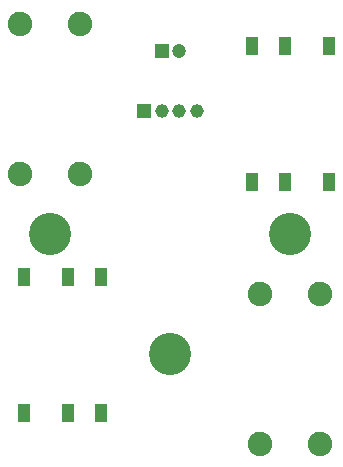
<source format=gbr>
%FSTAX23Y23*%
%MOMM*%
%SFA1B1*%

%IPPOS*%
%ADD14C,1.149998*%
%ADD15R,1.149998X1.149998*%
%ADD16C,1.199998*%
%ADD17R,1.199998X1.199998*%
%ADD29R,0.975998X1.575997*%
%ADD30C,3.575993*%
%ADD31C,2.075996*%
%LNflightstick_buttonpanelv3r_soldermask_top-1*%
%LPD*%
G54D14*
X02249Y20504D03*
X00749D03*
X-00749D03*
G54D15*
X-02249Y20504D03*
G54D16*
X00749Y25584D03*
G54D17*
X-00749Y25584D03*
G54D29*
X06909Y26069D03*
X09709D03*
X13409D03*
Y14569D03*
X09709D03*
X06909D03*
X-05893Y06511D03*
X-08693D03*
X-12393D03*
Y-04987D03*
X-08693D03*
X-05893D03*
G54D30*
X0Y0D03*
X1016Y1016D03*
X-1016D03*
G54D31*
X-0762Y1524D03*
X-127D03*
X-0762Y2794D03*
X-127D03*
X07619Y0508D03*
X12699D03*
X07619Y-0762D03*
X12699D03*
M02*
</source>
